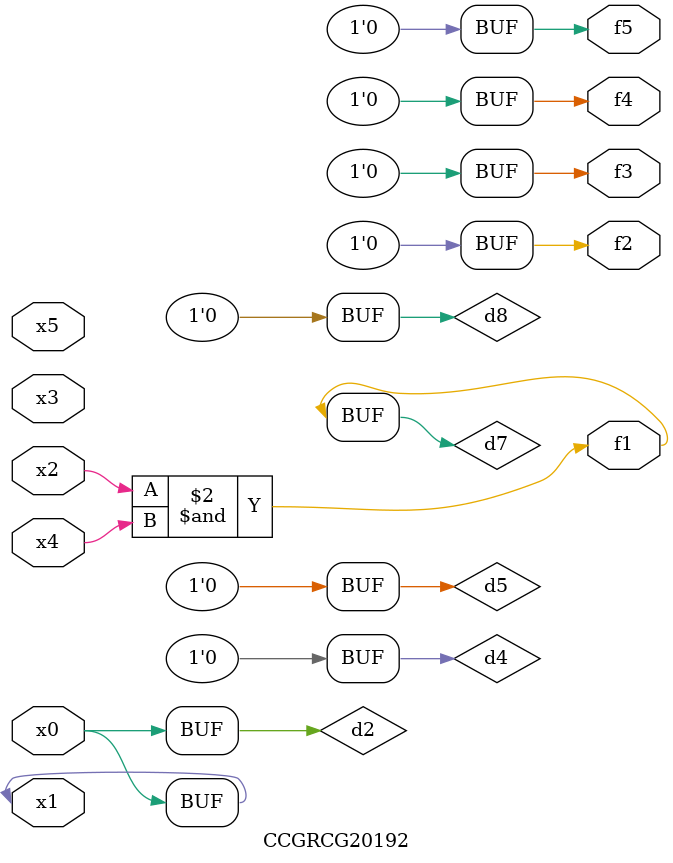
<source format=v>
module CCGRCG20192(
	input x0, x1, x2, x3, x4, x5,
	output f1, f2, f3, f4, f5
);

	wire d1, d2, d3, d4, d5, d6, d7, d8, d9;

	nand (d1, x1);
	buf (d2, x0, x1);
	nand (d3, x2, x4);
	and (d4, d1, d2);
	and (d5, d1, d2);
	nand (d6, d1, d3);
	not (d7, d3);
	xor (d8, d5);
	nor (d9, d5, d6);
	assign f1 = d7;
	assign f2 = d8;
	assign f3 = d8;
	assign f4 = d8;
	assign f5 = d8;
endmodule

</source>
